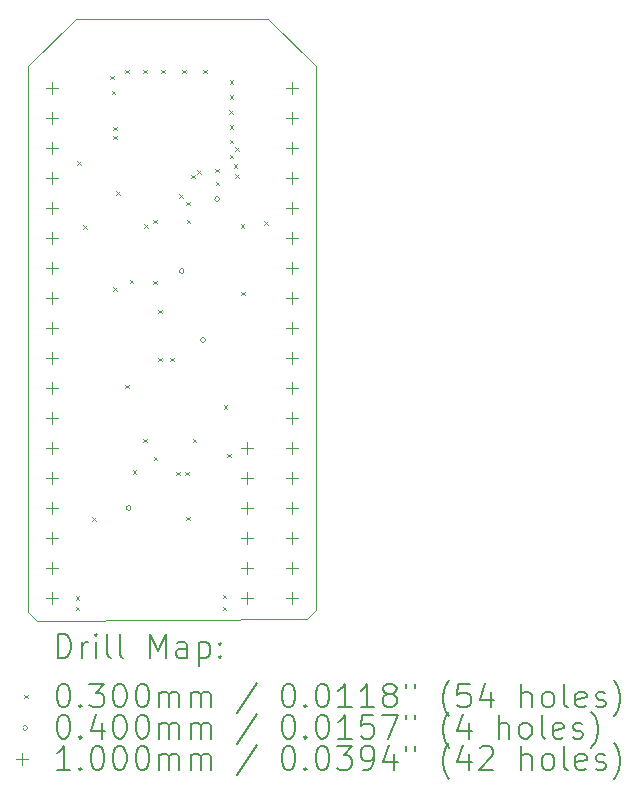
<source format=gbr>
%FSLAX45Y45*%
G04 Gerber Fmt 4.5, Leading zero omitted, Abs format (unit mm)*
G04 Created by KiCad (PCBNEW (6.0.2)) date 2022-03-28 20:01:49*
%MOMM*%
%LPD*%
G01*
G04 APERTURE LIST*
%TA.AperFunction,Profile*%
%ADD10C,0.100000*%
%TD*%
%ADD11C,0.200000*%
%ADD12C,0.030000*%
%ADD13C,0.040000*%
%ADD14C,0.100000*%
G04 APERTURE END LIST*
D10*
X15824200Y-6972300D02*
X15824200Y-11582400D01*
X13792200Y-6578600D02*
X15417800Y-6578600D01*
X15417800Y-6578600D02*
X15824200Y-6972300D01*
X13385800Y-11595100D02*
X13385800Y-6972300D01*
X13385800Y-11595100D02*
X13462000Y-11671300D01*
X13385800Y-6972300D02*
X13792200Y-6578600D01*
X15748000Y-11658600D02*
X13462000Y-11671300D01*
X15824200Y-11582400D02*
X15748000Y-11658600D01*
D11*
D12*
X13789900Y-11465800D02*
X13819900Y-11495800D01*
X13819900Y-11465800D02*
X13789900Y-11495800D01*
X13789900Y-11554700D02*
X13819900Y-11584700D01*
X13819900Y-11554700D02*
X13789900Y-11584700D01*
X13803030Y-7782370D02*
X13833030Y-7812370D01*
X13833030Y-7782370D02*
X13803030Y-7812370D01*
X13853400Y-8326360D02*
X13883400Y-8356360D01*
X13883400Y-8326360D02*
X13853400Y-8356360D01*
X13929600Y-10795240D02*
X13959600Y-10825240D01*
X13959600Y-10795240D02*
X13929600Y-10825240D01*
X14082000Y-7058900D02*
X14112000Y-7088900D01*
X14112000Y-7058900D02*
X14082000Y-7088900D01*
X14094700Y-7185900D02*
X14124700Y-7215900D01*
X14124700Y-7185900D02*
X14094700Y-7215900D01*
X14107400Y-7490700D02*
X14137400Y-7520700D01*
X14137400Y-7490700D02*
X14107400Y-7520700D01*
X14107400Y-7566900D02*
X14137400Y-7596900D01*
X14137400Y-7566900D02*
X14107400Y-7596900D01*
X14107400Y-8848550D02*
X14137400Y-8878550D01*
X14137400Y-8848550D02*
X14107400Y-8878550D01*
X14132800Y-8036800D02*
X14162800Y-8066800D01*
X14162800Y-8036800D02*
X14132800Y-8066800D01*
X14209000Y-7008100D02*
X14239000Y-7038100D01*
X14239000Y-7008100D02*
X14209000Y-7038100D01*
X14209000Y-9675100D02*
X14239000Y-9705100D01*
X14239000Y-9675100D02*
X14209000Y-9705100D01*
X14247100Y-8786100D02*
X14277100Y-8816100D01*
X14277100Y-8786100D02*
X14247100Y-8816100D01*
X14272500Y-10399000D02*
X14302500Y-10429000D01*
X14302500Y-10399000D02*
X14272500Y-10429000D01*
X14361400Y-7008100D02*
X14391400Y-7038100D01*
X14391400Y-7008100D02*
X14361400Y-7038100D01*
X14361400Y-10132300D02*
X14391400Y-10162300D01*
X14391400Y-10132300D02*
X14361400Y-10162300D01*
X14370629Y-8313750D02*
X14400629Y-8343750D01*
X14400629Y-8313750D02*
X14370629Y-8343750D01*
X14446009Y-8794509D02*
X14476009Y-8824509D01*
X14476009Y-8794509D02*
X14446009Y-8824509D01*
X14446262Y-8278850D02*
X14476262Y-8308850D01*
X14476262Y-8278850D02*
X14446262Y-8308850D01*
X14450300Y-10284700D02*
X14480300Y-10314700D01*
X14480300Y-10284700D02*
X14450300Y-10314700D01*
X14488400Y-9040100D02*
X14518400Y-9070100D01*
X14518400Y-9040100D02*
X14488400Y-9070100D01*
X14488400Y-9446500D02*
X14518400Y-9476500D01*
X14518400Y-9446500D02*
X14488400Y-9476500D01*
X14513800Y-7008100D02*
X14543800Y-7038100D01*
X14543800Y-7008100D02*
X14513800Y-7038100D01*
X14590000Y-9446500D02*
X14620000Y-9476500D01*
X14620000Y-9446500D02*
X14590000Y-9476500D01*
X14640800Y-10411700D02*
X14670800Y-10441700D01*
X14670800Y-10411700D02*
X14640800Y-10441700D01*
X14666200Y-8062200D02*
X14696200Y-8092200D01*
X14696200Y-8062200D02*
X14666200Y-8092200D01*
X14691600Y-7008100D02*
X14721600Y-7038100D01*
X14721600Y-7008100D02*
X14691600Y-7038100D01*
X14717000Y-10411700D02*
X14747000Y-10441700D01*
X14747000Y-10411700D02*
X14717000Y-10441700D01*
X14722080Y-10792700D02*
X14752080Y-10822700D01*
X14752080Y-10792700D02*
X14722080Y-10822700D01*
X14726150Y-8123850D02*
X14756150Y-8153850D01*
X14756150Y-8123850D02*
X14726150Y-8153850D01*
X14729292Y-8278879D02*
X14759292Y-8308879D01*
X14759292Y-8278879D02*
X14729292Y-8308879D01*
X14767800Y-7897100D02*
X14797800Y-7927100D01*
X14797800Y-7897100D02*
X14767800Y-7927100D01*
X14780500Y-10132300D02*
X14810500Y-10162300D01*
X14810500Y-10132300D02*
X14780500Y-10162300D01*
X14818600Y-7859000D02*
X14848600Y-7889000D01*
X14848600Y-7859000D02*
X14818600Y-7889000D01*
X14869400Y-7008100D02*
X14899400Y-7038100D01*
X14899400Y-7008100D02*
X14869400Y-7038100D01*
X14971906Y-7847357D02*
X15001906Y-7877357D01*
X15001906Y-7847357D02*
X14971906Y-7877357D01*
X14974816Y-7954737D02*
X15004816Y-7984737D01*
X15004816Y-7954737D02*
X14974816Y-7984737D01*
X15034500Y-11453100D02*
X15064500Y-11483100D01*
X15064500Y-11453100D02*
X15034500Y-11483100D01*
X15034500Y-11554700D02*
X15064500Y-11584700D01*
X15064500Y-11554700D02*
X15034500Y-11584700D01*
X15040851Y-9846549D02*
X15070851Y-9876549D01*
X15070851Y-9846549D02*
X15040851Y-9876549D01*
X15072600Y-10259300D02*
X15102600Y-10289300D01*
X15102600Y-10259300D02*
X15072600Y-10289300D01*
X15090301Y-7351794D02*
X15120301Y-7381794D01*
X15120301Y-7351794D02*
X15090301Y-7381794D01*
X15090519Y-7095967D02*
X15120519Y-7125967D01*
X15120519Y-7095967D02*
X15090519Y-7125967D01*
X15090519Y-7222967D02*
X15120519Y-7252967D01*
X15120519Y-7222967D02*
X15090519Y-7252967D01*
X15090519Y-7476967D02*
X15120519Y-7506967D01*
X15120519Y-7476967D02*
X15090519Y-7506967D01*
X15090961Y-7601304D02*
X15120961Y-7631304D01*
X15120961Y-7601304D02*
X15090961Y-7631304D01*
X15090961Y-7728304D02*
X15120961Y-7758304D01*
X15120961Y-7728304D02*
X15090961Y-7758304D01*
X15124950Y-7808200D02*
X15154950Y-7838200D01*
X15154950Y-7808200D02*
X15124950Y-7838200D01*
X15137614Y-7891468D02*
X15167614Y-7921468D01*
X15167614Y-7891468D02*
X15137614Y-7921468D01*
X15139539Y-7664804D02*
X15169539Y-7694804D01*
X15169539Y-7664804D02*
X15139539Y-7694804D01*
X15184894Y-8316200D02*
X15214894Y-8346200D01*
X15214894Y-8316200D02*
X15184894Y-8346200D01*
X15190450Y-8887700D02*
X15220450Y-8917700D01*
X15220450Y-8887700D02*
X15190450Y-8917700D01*
X15384699Y-8290800D02*
X15414699Y-8320800D01*
X15414699Y-8290800D02*
X15384699Y-8320800D01*
D13*
X14256700Y-10718800D02*
G75*
G03*
X14256700Y-10718800I-20000J0D01*
G01*
X14706067Y-8712200D02*
G75*
G03*
X14706067Y-8712200I-20000J0D01*
G01*
X14885250Y-9296400D02*
G75*
G03*
X14885250Y-9296400I-20000J0D01*
G01*
X15006000Y-8102600D02*
G75*
G03*
X15006000Y-8102600I-20000J0D01*
G01*
D14*
X13589000Y-7112800D02*
X13589000Y-7212800D01*
X13539000Y-7162800D02*
X13639000Y-7162800D01*
X13589000Y-7366800D02*
X13589000Y-7466800D01*
X13539000Y-7416800D02*
X13639000Y-7416800D01*
X13589000Y-7620800D02*
X13589000Y-7720800D01*
X13539000Y-7670800D02*
X13639000Y-7670800D01*
X13589000Y-7874800D02*
X13589000Y-7974800D01*
X13539000Y-7924800D02*
X13639000Y-7924800D01*
X13589000Y-8128800D02*
X13589000Y-8228800D01*
X13539000Y-8178800D02*
X13639000Y-8178800D01*
X13589000Y-8382800D02*
X13589000Y-8482800D01*
X13539000Y-8432800D02*
X13639000Y-8432800D01*
X13589000Y-8636800D02*
X13589000Y-8736800D01*
X13539000Y-8686800D02*
X13639000Y-8686800D01*
X13589000Y-8890800D02*
X13589000Y-8990800D01*
X13539000Y-8940800D02*
X13639000Y-8940800D01*
X13589000Y-9144800D02*
X13589000Y-9244800D01*
X13539000Y-9194800D02*
X13639000Y-9194800D01*
X13589000Y-9398800D02*
X13589000Y-9498800D01*
X13539000Y-9448800D02*
X13639000Y-9448800D01*
X13589000Y-9652800D02*
X13589000Y-9752800D01*
X13539000Y-9702800D02*
X13639000Y-9702800D01*
X13589000Y-9906800D02*
X13589000Y-10006800D01*
X13539000Y-9956800D02*
X13639000Y-9956800D01*
X13589000Y-10160800D02*
X13589000Y-10260800D01*
X13539000Y-10210800D02*
X13639000Y-10210800D01*
X13589000Y-10414800D02*
X13589000Y-10514800D01*
X13539000Y-10464800D02*
X13639000Y-10464800D01*
X13589000Y-10668800D02*
X13589000Y-10768800D01*
X13539000Y-10718800D02*
X13639000Y-10718800D01*
X13589000Y-10922800D02*
X13589000Y-11022800D01*
X13539000Y-10972800D02*
X13639000Y-10972800D01*
X13589000Y-11176800D02*
X13589000Y-11276800D01*
X13539000Y-11226800D02*
X13639000Y-11226800D01*
X13589000Y-11430800D02*
X13589000Y-11530800D01*
X13539000Y-11480800D02*
X13639000Y-11480800D01*
X15240000Y-10160800D02*
X15240000Y-10260800D01*
X15190000Y-10210800D02*
X15290000Y-10210800D01*
X15240000Y-10414800D02*
X15240000Y-10514800D01*
X15190000Y-10464800D02*
X15290000Y-10464800D01*
X15240000Y-10668800D02*
X15240000Y-10768800D01*
X15190000Y-10718800D02*
X15290000Y-10718800D01*
X15240000Y-10922800D02*
X15240000Y-11022800D01*
X15190000Y-10972800D02*
X15290000Y-10972800D01*
X15240000Y-11176800D02*
X15240000Y-11276800D01*
X15190000Y-11226800D02*
X15290000Y-11226800D01*
X15240000Y-11430800D02*
X15240000Y-11530800D01*
X15190000Y-11480800D02*
X15290000Y-11480800D01*
X15621000Y-7112800D02*
X15621000Y-7212800D01*
X15571000Y-7162800D02*
X15671000Y-7162800D01*
X15621000Y-7366800D02*
X15621000Y-7466800D01*
X15571000Y-7416800D02*
X15671000Y-7416800D01*
X15621000Y-7620800D02*
X15621000Y-7720800D01*
X15571000Y-7670800D02*
X15671000Y-7670800D01*
X15621000Y-7874800D02*
X15621000Y-7974800D01*
X15571000Y-7924800D02*
X15671000Y-7924800D01*
X15621000Y-8128800D02*
X15621000Y-8228800D01*
X15571000Y-8178800D02*
X15671000Y-8178800D01*
X15621000Y-8382800D02*
X15621000Y-8482800D01*
X15571000Y-8432800D02*
X15671000Y-8432800D01*
X15621000Y-8636800D02*
X15621000Y-8736800D01*
X15571000Y-8686800D02*
X15671000Y-8686800D01*
X15621000Y-8890800D02*
X15621000Y-8990800D01*
X15571000Y-8940800D02*
X15671000Y-8940800D01*
X15621000Y-9144800D02*
X15621000Y-9244800D01*
X15571000Y-9194800D02*
X15671000Y-9194800D01*
X15621000Y-9398800D02*
X15621000Y-9498800D01*
X15571000Y-9448800D02*
X15671000Y-9448800D01*
X15621000Y-9652800D02*
X15621000Y-9752800D01*
X15571000Y-9702800D02*
X15671000Y-9702800D01*
X15621000Y-9906800D02*
X15621000Y-10006800D01*
X15571000Y-9956800D02*
X15671000Y-9956800D01*
X15621000Y-10160800D02*
X15621000Y-10260800D01*
X15571000Y-10210800D02*
X15671000Y-10210800D01*
X15621000Y-10414800D02*
X15621000Y-10514800D01*
X15571000Y-10464800D02*
X15671000Y-10464800D01*
X15621000Y-10668800D02*
X15621000Y-10768800D01*
X15571000Y-10718800D02*
X15671000Y-10718800D01*
X15621000Y-10922800D02*
X15621000Y-11022800D01*
X15571000Y-10972800D02*
X15671000Y-10972800D01*
X15621000Y-11176800D02*
X15621000Y-11276800D01*
X15571000Y-11226800D02*
X15671000Y-11226800D01*
X15621000Y-11430800D02*
X15621000Y-11530800D01*
X15571000Y-11480800D02*
X15671000Y-11480800D01*
D11*
X13638419Y-11986776D02*
X13638419Y-11786776D01*
X13686038Y-11786776D01*
X13714609Y-11796300D01*
X13733657Y-11815348D01*
X13743181Y-11834395D01*
X13752705Y-11872490D01*
X13752705Y-11901062D01*
X13743181Y-11939157D01*
X13733657Y-11958205D01*
X13714609Y-11977252D01*
X13686038Y-11986776D01*
X13638419Y-11986776D01*
X13838419Y-11986776D02*
X13838419Y-11853443D01*
X13838419Y-11891538D02*
X13847943Y-11872490D01*
X13857467Y-11862967D01*
X13876514Y-11853443D01*
X13895562Y-11853443D01*
X13962228Y-11986776D02*
X13962228Y-11853443D01*
X13962228Y-11786776D02*
X13952705Y-11796300D01*
X13962228Y-11805824D01*
X13971752Y-11796300D01*
X13962228Y-11786776D01*
X13962228Y-11805824D01*
X14086038Y-11986776D02*
X14066990Y-11977252D01*
X14057467Y-11958205D01*
X14057467Y-11786776D01*
X14190800Y-11986776D02*
X14171752Y-11977252D01*
X14162228Y-11958205D01*
X14162228Y-11786776D01*
X14419371Y-11986776D02*
X14419371Y-11786776D01*
X14486038Y-11929633D01*
X14552705Y-11786776D01*
X14552705Y-11986776D01*
X14733657Y-11986776D02*
X14733657Y-11882014D01*
X14724133Y-11862967D01*
X14705086Y-11853443D01*
X14666990Y-11853443D01*
X14647943Y-11862967D01*
X14733657Y-11977252D02*
X14714609Y-11986776D01*
X14666990Y-11986776D01*
X14647943Y-11977252D01*
X14638419Y-11958205D01*
X14638419Y-11939157D01*
X14647943Y-11920109D01*
X14666990Y-11910586D01*
X14714609Y-11910586D01*
X14733657Y-11901062D01*
X14828895Y-11853443D02*
X14828895Y-12053443D01*
X14828895Y-11862967D02*
X14847943Y-11853443D01*
X14886038Y-11853443D01*
X14905086Y-11862967D01*
X14914609Y-11872490D01*
X14924133Y-11891538D01*
X14924133Y-11948681D01*
X14914609Y-11967728D01*
X14905086Y-11977252D01*
X14886038Y-11986776D01*
X14847943Y-11986776D01*
X14828895Y-11977252D01*
X15009848Y-11967728D02*
X15019371Y-11977252D01*
X15009848Y-11986776D01*
X15000324Y-11977252D01*
X15009848Y-11967728D01*
X15009848Y-11986776D01*
X15009848Y-11862967D02*
X15019371Y-11872490D01*
X15009848Y-11882014D01*
X15000324Y-11872490D01*
X15009848Y-11862967D01*
X15009848Y-11882014D01*
D12*
X13350800Y-12301300D02*
X13380800Y-12331300D01*
X13380800Y-12301300D02*
X13350800Y-12331300D01*
D11*
X13676514Y-12206776D02*
X13695562Y-12206776D01*
X13714609Y-12216300D01*
X13724133Y-12225824D01*
X13733657Y-12244871D01*
X13743181Y-12282967D01*
X13743181Y-12330586D01*
X13733657Y-12368681D01*
X13724133Y-12387728D01*
X13714609Y-12397252D01*
X13695562Y-12406776D01*
X13676514Y-12406776D01*
X13657467Y-12397252D01*
X13647943Y-12387728D01*
X13638419Y-12368681D01*
X13628895Y-12330586D01*
X13628895Y-12282967D01*
X13638419Y-12244871D01*
X13647943Y-12225824D01*
X13657467Y-12216300D01*
X13676514Y-12206776D01*
X13828895Y-12387728D02*
X13838419Y-12397252D01*
X13828895Y-12406776D01*
X13819371Y-12397252D01*
X13828895Y-12387728D01*
X13828895Y-12406776D01*
X13905086Y-12206776D02*
X14028895Y-12206776D01*
X13962228Y-12282967D01*
X13990800Y-12282967D01*
X14009848Y-12292490D01*
X14019371Y-12302014D01*
X14028895Y-12321062D01*
X14028895Y-12368681D01*
X14019371Y-12387728D01*
X14009848Y-12397252D01*
X13990800Y-12406776D01*
X13933657Y-12406776D01*
X13914609Y-12397252D01*
X13905086Y-12387728D01*
X14152705Y-12206776D02*
X14171752Y-12206776D01*
X14190800Y-12216300D01*
X14200324Y-12225824D01*
X14209848Y-12244871D01*
X14219371Y-12282967D01*
X14219371Y-12330586D01*
X14209848Y-12368681D01*
X14200324Y-12387728D01*
X14190800Y-12397252D01*
X14171752Y-12406776D01*
X14152705Y-12406776D01*
X14133657Y-12397252D01*
X14124133Y-12387728D01*
X14114609Y-12368681D01*
X14105086Y-12330586D01*
X14105086Y-12282967D01*
X14114609Y-12244871D01*
X14124133Y-12225824D01*
X14133657Y-12216300D01*
X14152705Y-12206776D01*
X14343181Y-12206776D02*
X14362228Y-12206776D01*
X14381276Y-12216300D01*
X14390800Y-12225824D01*
X14400324Y-12244871D01*
X14409848Y-12282967D01*
X14409848Y-12330586D01*
X14400324Y-12368681D01*
X14390800Y-12387728D01*
X14381276Y-12397252D01*
X14362228Y-12406776D01*
X14343181Y-12406776D01*
X14324133Y-12397252D01*
X14314609Y-12387728D01*
X14305086Y-12368681D01*
X14295562Y-12330586D01*
X14295562Y-12282967D01*
X14305086Y-12244871D01*
X14314609Y-12225824D01*
X14324133Y-12216300D01*
X14343181Y-12206776D01*
X14495562Y-12406776D02*
X14495562Y-12273443D01*
X14495562Y-12292490D02*
X14505086Y-12282967D01*
X14524133Y-12273443D01*
X14552705Y-12273443D01*
X14571752Y-12282967D01*
X14581276Y-12302014D01*
X14581276Y-12406776D01*
X14581276Y-12302014D02*
X14590800Y-12282967D01*
X14609848Y-12273443D01*
X14638419Y-12273443D01*
X14657467Y-12282967D01*
X14666990Y-12302014D01*
X14666990Y-12406776D01*
X14762228Y-12406776D02*
X14762228Y-12273443D01*
X14762228Y-12292490D02*
X14771752Y-12282967D01*
X14790800Y-12273443D01*
X14819371Y-12273443D01*
X14838419Y-12282967D01*
X14847943Y-12302014D01*
X14847943Y-12406776D01*
X14847943Y-12302014D02*
X14857467Y-12282967D01*
X14876514Y-12273443D01*
X14905086Y-12273443D01*
X14924133Y-12282967D01*
X14933657Y-12302014D01*
X14933657Y-12406776D01*
X15324133Y-12197252D02*
X15152705Y-12454395D01*
X15581276Y-12206776D02*
X15600324Y-12206776D01*
X15619371Y-12216300D01*
X15628895Y-12225824D01*
X15638419Y-12244871D01*
X15647943Y-12282967D01*
X15647943Y-12330586D01*
X15638419Y-12368681D01*
X15628895Y-12387728D01*
X15619371Y-12397252D01*
X15600324Y-12406776D01*
X15581276Y-12406776D01*
X15562228Y-12397252D01*
X15552705Y-12387728D01*
X15543181Y-12368681D01*
X15533657Y-12330586D01*
X15533657Y-12282967D01*
X15543181Y-12244871D01*
X15552705Y-12225824D01*
X15562228Y-12216300D01*
X15581276Y-12206776D01*
X15733657Y-12387728D02*
X15743181Y-12397252D01*
X15733657Y-12406776D01*
X15724133Y-12397252D01*
X15733657Y-12387728D01*
X15733657Y-12406776D01*
X15866990Y-12206776D02*
X15886038Y-12206776D01*
X15905086Y-12216300D01*
X15914609Y-12225824D01*
X15924133Y-12244871D01*
X15933657Y-12282967D01*
X15933657Y-12330586D01*
X15924133Y-12368681D01*
X15914609Y-12387728D01*
X15905086Y-12397252D01*
X15886038Y-12406776D01*
X15866990Y-12406776D01*
X15847943Y-12397252D01*
X15838419Y-12387728D01*
X15828895Y-12368681D01*
X15819371Y-12330586D01*
X15819371Y-12282967D01*
X15828895Y-12244871D01*
X15838419Y-12225824D01*
X15847943Y-12216300D01*
X15866990Y-12206776D01*
X16124133Y-12406776D02*
X16009848Y-12406776D01*
X16066990Y-12406776D02*
X16066990Y-12206776D01*
X16047943Y-12235348D01*
X16028895Y-12254395D01*
X16009848Y-12263919D01*
X16314609Y-12406776D02*
X16200324Y-12406776D01*
X16257467Y-12406776D02*
X16257467Y-12206776D01*
X16238419Y-12235348D01*
X16219371Y-12254395D01*
X16200324Y-12263919D01*
X16428895Y-12292490D02*
X16409848Y-12282967D01*
X16400324Y-12273443D01*
X16390800Y-12254395D01*
X16390800Y-12244871D01*
X16400324Y-12225824D01*
X16409848Y-12216300D01*
X16428895Y-12206776D01*
X16466990Y-12206776D01*
X16486038Y-12216300D01*
X16495562Y-12225824D01*
X16505086Y-12244871D01*
X16505086Y-12254395D01*
X16495562Y-12273443D01*
X16486038Y-12282967D01*
X16466990Y-12292490D01*
X16428895Y-12292490D01*
X16409848Y-12302014D01*
X16400324Y-12311538D01*
X16390800Y-12330586D01*
X16390800Y-12368681D01*
X16400324Y-12387728D01*
X16409848Y-12397252D01*
X16428895Y-12406776D01*
X16466990Y-12406776D01*
X16486038Y-12397252D01*
X16495562Y-12387728D01*
X16505086Y-12368681D01*
X16505086Y-12330586D01*
X16495562Y-12311538D01*
X16486038Y-12302014D01*
X16466990Y-12292490D01*
X16581276Y-12206776D02*
X16581276Y-12244871D01*
X16657467Y-12206776D02*
X16657467Y-12244871D01*
X16952705Y-12482967D02*
X16943181Y-12473443D01*
X16924133Y-12444871D01*
X16914610Y-12425824D01*
X16905086Y-12397252D01*
X16895562Y-12349633D01*
X16895562Y-12311538D01*
X16905086Y-12263919D01*
X16914610Y-12235348D01*
X16924133Y-12216300D01*
X16943181Y-12187728D01*
X16952705Y-12178205D01*
X17124133Y-12206776D02*
X17028895Y-12206776D01*
X17019371Y-12302014D01*
X17028895Y-12292490D01*
X17047943Y-12282967D01*
X17095562Y-12282967D01*
X17114610Y-12292490D01*
X17124133Y-12302014D01*
X17133657Y-12321062D01*
X17133657Y-12368681D01*
X17124133Y-12387728D01*
X17114610Y-12397252D01*
X17095562Y-12406776D01*
X17047943Y-12406776D01*
X17028895Y-12397252D01*
X17019371Y-12387728D01*
X17305086Y-12273443D02*
X17305086Y-12406776D01*
X17257467Y-12197252D02*
X17209848Y-12340109D01*
X17333657Y-12340109D01*
X17562229Y-12406776D02*
X17562229Y-12206776D01*
X17647943Y-12406776D02*
X17647943Y-12302014D01*
X17638419Y-12282967D01*
X17619371Y-12273443D01*
X17590800Y-12273443D01*
X17571752Y-12282967D01*
X17562229Y-12292490D01*
X17771752Y-12406776D02*
X17752705Y-12397252D01*
X17743181Y-12387728D01*
X17733657Y-12368681D01*
X17733657Y-12311538D01*
X17743181Y-12292490D01*
X17752705Y-12282967D01*
X17771752Y-12273443D01*
X17800324Y-12273443D01*
X17819371Y-12282967D01*
X17828895Y-12292490D01*
X17838419Y-12311538D01*
X17838419Y-12368681D01*
X17828895Y-12387728D01*
X17819371Y-12397252D01*
X17800324Y-12406776D01*
X17771752Y-12406776D01*
X17952705Y-12406776D02*
X17933657Y-12397252D01*
X17924133Y-12378205D01*
X17924133Y-12206776D01*
X18105086Y-12397252D02*
X18086038Y-12406776D01*
X18047943Y-12406776D01*
X18028895Y-12397252D01*
X18019371Y-12378205D01*
X18019371Y-12302014D01*
X18028895Y-12282967D01*
X18047943Y-12273443D01*
X18086038Y-12273443D01*
X18105086Y-12282967D01*
X18114610Y-12302014D01*
X18114610Y-12321062D01*
X18019371Y-12340109D01*
X18190800Y-12397252D02*
X18209848Y-12406776D01*
X18247943Y-12406776D01*
X18266990Y-12397252D01*
X18276514Y-12378205D01*
X18276514Y-12368681D01*
X18266990Y-12349633D01*
X18247943Y-12340109D01*
X18219371Y-12340109D01*
X18200324Y-12330586D01*
X18190800Y-12311538D01*
X18190800Y-12302014D01*
X18200324Y-12282967D01*
X18219371Y-12273443D01*
X18247943Y-12273443D01*
X18266990Y-12282967D01*
X18343181Y-12482967D02*
X18352705Y-12473443D01*
X18371752Y-12444871D01*
X18381276Y-12425824D01*
X18390800Y-12397252D01*
X18400324Y-12349633D01*
X18400324Y-12311538D01*
X18390800Y-12263919D01*
X18381276Y-12235348D01*
X18371752Y-12216300D01*
X18352705Y-12187728D01*
X18343181Y-12178205D01*
D13*
X13380800Y-12580300D02*
G75*
G03*
X13380800Y-12580300I-20000J0D01*
G01*
D11*
X13676514Y-12470776D02*
X13695562Y-12470776D01*
X13714609Y-12480300D01*
X13724133Y-12489824D01*
X13733657Y-12508871D01*
X13743181Y-12546967D01*
X13743181Y-12594586D01*
X13733657Y-12632681D01*
X13724133Y-12651728D01*
X13714609Y-12661252D01*
X13695562Y-12670776D01*
X13676514Y-12670776D01*
X13657467Y-12661252D01*
X13647943Y-12651728D01*
X13638419Y-12632681D01*
X13628895Y-12594586D01*
X13628895Y-12546967D01*
X13638419Y-12508871D01*
X13647943Y-12489824D01*
X13657467Y-12480300D01*
X13676514Y-12470776D01*
X13828895Y-12651728D02*
X13838419Y-12661252D01*
X13828895Y-12670776D01*
X13819371Y-12661252D01*
X13828895Y-12651728D01*
X13828895Y-12670776D01*
X14009848Y-12537443D02*
X14009848Y-12670776D01*
X13962228Y-12461252D02*
X13914609Y-12604109D01*
X14038419Y-12604109D01*
X14152705Y-12470776D02*
X14171752Y-12470776D01*
X14190800Y-12480300D01*
X14200324Y-12489824D01*
X14209848Y-12508871D01*
X14219371Y-12546967D01*
X14219371Y-12594586D01*
X14209848Y-12632681D01*
X14200324Y-12651728D01*
X14190800Y-12661252D01*
X14171752Y-12670776D01*
X14152705Y-12670776D01*
X14133657Y-12661252D01*
X14124133Y-12651728D01*
X14114609Y-12632681D01*
X14105086Y-12594586D01*
X14105086Y-12546967D01*
X14114609Y-12508871D01*
X14124133Y-12489824D01*
X14133657Y-12480300D01*
X14152705Y-12470776D01*
X14343181Y-12470776D02*
X14362228Y-12470776D01*
X14381276Y-12480300D01*
X14390800Y-12489824D01*
X14400324Y-12508871D01*
X14409848Y-12546967D01*
X14409848Y-12594586D01*
X14400324Y-12632681D01*
X14390800Y-12651728D01*
X14381276Y-12661252D01*
X14362228Y-12670776D01*
X14343181Y-12670776D01*
X14324133Y-12661252D01*
X14314609Y-12651728D01*
X14305086Y-12632681D01*
X14295562Y-12594586D01*
X14295562Y-12546967D01*
X14305086Y-12508871D01*
X14314609Y-12489824D01*
X14324133Y-12480300D01*
X14343181Y-12470776D01*
X14495562Y-12670776D02*
X14495562Y-12537443D01*
X14495562Y-12556490D02*
X14505086Y-12546967D01*
X14524133Y-12537443D01*
X14552705Y-12537443D01*
X14571752Y-12546967D01*
X14581276Y-12566014D01*
X14581276Y-12670776D01*
X14581276Y-12566014D02*
X14590800Y-12546967D01*
X14609848Y-12537443D01*
X14638419Y-12537443D01*
X14657467Y-12546967D01*
X14666990Y-12566014D01*
X14666990Y-12670776D01*
X14762228Y-12670776D02*
X14762228Y-12537443D01*
X14762228Y-12556490D02*
X14771752Y-12546967D01*
X14790800Y-12537443D01*
X14819371Y-12537443D01*
X14838419Y-12546967D01*
X14847943Y-12566014D01*
X14847943Y-12670776D01*
X14847943Y-12566014D02*
X14857467Y-12546967D01*
X14876514Y-12537443D01*
X14905086Y-12537443D01*
X14924133Y-12546967D01*
X14933657Y-12566014D01*
X14933657Y-12670776D01*
X15324133Y-12461252D02*
X15152705Y-12718395D01*
X15581276Y-12470776D02*
X15600324Y-12470776D01*
X15619371Y-12480300D01*
X15628895Y-12489824D01*
X15638419Y-12508871D01*
X15647943Y-12546967D01*
X15647943Y-12594586D01*
X15638419Y-12632681D01*
X15628895Y-12651728D01*
X15619371Y-12661252D01*
X15600324Y-12670776D01*
X15581276Y-12670776D01*
X15562228Y-12661252D01*
X15552705Y-12651728D01*
X15543181Y-12632681D01*
X15533657Y-12594586D01*
X15533657Y-12546967D01*
X15543181Y-12508871D01*
X15552705Y-12489824D01*
X15562228Y-12480300D01*
X15581276Y-12470776D01*
X15733657Y-12651728D02*
X15743181Y-12661252D01*
X15733657Y-12670776D01*
X15724133Y-12661252D01*
X15733657Y-12651728D01*
X15733657Y-12670776D01*
X15866990Y-12470776D02*
X15886038Y-12470776D01*
X15905086Y-12480300D01*
X15914609Y-12489824D01*
X15924133Y-12508871D01*
X15933657Y-12546967D01*
X15933657Y-12594586D01*
X15924133Y-12632681D01*
X15914609Y-12651728D01*
X15905086Y-12661252D01*
X15886038Y-12670776D01*
X15866990Y-12670776D01*
X15847943Y-12661252D01*
X15838419Y-12651728D01*
X15828895Y-12632681D01*
X15819371Y-12594586D01*
X15819371Y-12546967D01*
X15828895Y-12508871D01*
X15838419Y-12489824D01*
X15847943Y-12480300D01*
X15866990Y-12470776D01*
X16124133Y-12670776D02*
X16009848Y-12670776D01*
X16066990Y-12670776D02*
X16066990Y-12470776D01*
X16047943Y-12499348D01*
X16028895Y-12518395D01*
X16009848Y-12527919D01*
X16305086Y-12470776D02*
X16209848Y-12470776D01*
X16200324Y-12566014D01*
X16209848Y-12556490D01*
X16228895Y-12546967D01*
X16276514Y-12546967D01*
X16295562Y-12556490D01*
X16305086Y-12566014D01*
X16314609Y-12585062D01*
X16314609Y-12632681D01*
X16305086Y-12651728D01*
X16295562Y-12661252D01*
X16276514Y-12670776D01*
X16228895Y-12670776D01*
X16209848Y-12661252D01*
X16200324Y-12651728D01*
X16381276Y-12470776D02*
X16514609Y-12470776D01*
X16428895Y-12670776D01*
X16581276Y-12470776D02*
X16581276Y-12508871D01*
X16657467Y-12470776D02*
X16657467Y-12508871D01*
X16952705Y-12746967D02*
X16943181Y-12737443D01*
X16924133Y-12708871D01*
X16914610Y-12689824D01*
X16905086Y-12661252D01*
X16895562Y-12613633D01*
X16895562Y-12575538D01*
X16905086Y-12527919D01*
X16914610Y-12499348D01*
X16924133Y-12480300D01*
X16943181Y-12451728D01*
X16952705Y-12442205D01*
X17114610Y-12537443D02*
X17114610Y-12670776D01*
X17066990Y-12461252D02*
X17019371Y-12604109D01*
X17143181Y-12604109D01*
X17371752Y-12670776D02*
X17371752Y-12470776D01*
X17457467Y-12670776D02*
X17457467Y-12566014D01*
X17447943Y-12546967D01*
X17428895Y-12537443D01*
X17400324Y-12537443D01*
X17381276Y-12546967D01*
X17371752Y-12556490D01*
X17581276Y-12670776D02*
X17562229Y-12661252D01*
X17552705Y-12651728D01*
X17543181Y-12632681D01*
X17543181Y-12575538D01*
X17552705Y-12556490D01*
X17562229Y-12546967D01*
X17581276Y-12537443D01*
X17609848Y-12537443D01*
X17628895Y-12546967D01*
X17638419Y-12556490D01*
X17647943Y-12575538D01*
X17647943Y-12632681D01*
X17638419Y-12651728D01*
X17628895Y-12661252D01*
X17609848Y-12670776D01*
X17581276Y-12670776D01*
X17762229Y-12670776D02*
X17743181Y-12661252D01*
X17733657Y-12642205D01*
X17733657Y-12470776D01*
X17914610Y-12661252D02*
X17895562Y-12670776D01*
X17857467Y-12670776D01*
X17838419Y-12661252D01*
X17828895Y-12642205D01*
X17828895Y-12566014D01*
X17838419Y-12546967D01*
X17857467Y-12537443D01*
X17895562Y-12537443D01*
X17914610Y-12546967D01*
X17924133Y-12566014D01*
X17924133Y-12585062D01*
X17828895Y-12604109D01*
X18000324Y-12661252D02*
X18019371Y-12670776D01*
X18057467Y-12670776D01*
X18076514Y-12661252D01*
X18086038Y-12642205D01*
X18086038Y-12632681D01*
X18076514Y-12613633D01*
X18057467Y-12604109D01*
X18028895Y-12604109D01*
X18009848Y-12594586D01*
X18000324Y-12575538D01*
X18000324Y-12566014D01*
X18009848Y-12546967D01*
X18028895Y-12537443D01*
X18057467Y-12537443D01*
X18076514Y-12546967D01*
X18152705Y-12746967D02*
X18162229Y-12737443D01*
X18181276Y-12708871D01*
X18190800Y-12689824D01*
X18200324Y-12661252D01*
X18209848Y-12613633D01*
X18209848Y-12575538D01*
X18200324Y-12527919D01*
X18190800Y-12499348D01*
X18181276Y-12480300D01*
X18162229Y-12451728D01*
X18152705Y-12442205D01*
D14*
X13330800Y-12794300D02*
X13330800Y-12894300D01*
X13280800Y-12844300D02*
X13380800Y-12844300D01*
D11*
X13743181Y-12934776D02*
X13628895Y-12934776D01*
X13686038Y-12934776D02*
X13686038Y-12734776D01*
X13666990Y-12763348D01*
X13647943Y-12782395D01*
X13628895Y-12791919D01*
X13828895Y-12915728D02*
X13838419Y-12925252D01*
X13828895Y-12934776D01*
X13819371Y-12925252D01*
X13828895Y-12915728D01*
X13828895Y-12934776D01*
X13962228Y-12734776D02*
X13981276Y-12734776D01*
X14000324Y-12744300D01*
X14009848Y-12753824D01*
X14019371Y-12772871D01*
X14028895Y-12810967D01*
X14028895Y-12858586D01*
X14019371Y-12896681D01*
X14009848Y-12915728D01*
X14000324Y-12925252D01*
X13981276Y-12934776D01*
X13962228Y-12934776D01*
X13943181Y-12925252D01*
X13933657Y-12915728D01*
X13924133Y-12896681D01*
X13914609Y-12858586D01*
X13914609Y-12810967D01*
X13924133Y-12772871D01*
X13933657Y-12753824D01*
X13943181Y-12744300D01*
X13962228Y-12734776D01*
X14152705Y-12734776D02*
X14171752Y-12734776D01*
X14190800Y-12744300D01*
X14200324Y-12753824D01*
X14209848Y-12772871D01*
X14219371Y-12810967D01*
X14219371Y-12858586D01*
X14209848Y-12896681D01*
X14200324Y-12915728D01*
X14190800Y-12925252D01*
X14171752Y-12934776D01*
X14152705Y-12934776D01*
X14133657Y-12925252D01*
X14124133Y-12915728D01*
X14114609Y-12896681D01*
X14105086Y-12858586D01*
X14105086Y-12810967D01*
X14114609Y-12772871D01*
X14124133Y-12753824D01*
X14133657Y-12744300D01*
X14152705Y-12734776D01*
X14343181Y-12734776D02*
X14362228Y-12734776D01*
X14381276Y-12744300D01*
X14390800Y-12753824D01*
X14400324Y-12772871D01*
X14409848Y-12810967D01*
X14409848Y-12858586D01*
X14400324Y-12896681D01*
X14390800Y-12915728D01*
X14381276Y-12925252D01*
X14362228Y-12934776D01*
X14343181Y-12934776D01*
X14324133Y-12925252D01*
X14314609Y-12915728D01*
X14305086Y-12896681D01*
X14295562Y-12858586D01*
X14295562Y-12810967D01*
X14305086Y-12772871D01*
X14314609Y-12753824D01*
X14324133Y-12744300D01*
X14343181Y-12734776D01*
X14495562Y-12934776D02*
X14495562Y-12801443D01*
X14495562Y-12820490D02*
X14505086Y-12810967D01*
X14524133Y-12801443D01*
X14552705Y-12801443D01*
X14571752Y-12810967D01*
X14581276Y-12830014D01*
X14581276Y-12934776D01*
X14581276Y-12830014D02*
X14590800Y-12810967D01*
X14609848Y-12801443D01*
X14638419Y-12801443D01*
X14657467Y-12810967D01*
X14666990Y-12830014D01*
X14666990Y-12934776D01*
X14762228Y-12934776D02*
X14762228Y-12801443D01*
X14762228Y-12820490D02*
X14771752Y-12810967D01*
X14790800Y-12801443D01*
X14819371Y-12801443D01*
X14838419Y-12810967D01*
X14847943Y-12830014D01*
X14847943Y-12934776D01*
X14847943Y-12830014D02*
X14857467Y-12810967D01*
X14876514Y-12801443D01*
X14905086Y-12801443D01*
X14924133Y-12810967D01*
X14933657Y-12830014D01*
X14933657Y-12934776D01*
X15324133Y-12725252D02*
X15152705Y-12982395D01*
X15581276Y-12734776D02*
X15600324Y-12734776D01*
X15619371Y-12744300D01*
X15628895Y-12753824D01*
X15638419Y-12772871D01*
X15647943Y-12810967D01*
X15647943Y-12858586D01*
X15638419Y-12896681D01*
X15628895Y-12915728D01*
X15619371Y-12925252D01*
X15600324Y-12934776D01*
X15581276Y-12934776D01*
X15562228Y-12925252D01*
X15552705Y-12915728D01*
X15543181Y-12896681D01*
X15533657Y-12858586D01*
X15533657Y-12810967D01*
X15543181Y-12772871D01*
X15552705Y-12753824D01*
X15562228Y-12744300D01*
X15581276Y-12734776D01*
X15733657Y-12915728D02*
X15743181Y-12925252D01*
X15733657Y-12934776D01*
X15724133Y-12925252D01*
X15733657Y-12915728D01*
X15733657Y-12934776D01*
X15866990Y-12734776D02*
X15886038Y-12734776D01*
X15905086Y-12744300D01*
X15914609Y-12753824D01*
X15924133Y-12772871D01*
X15933657Y-12810967D01*
X15933657Y-12858586D01*
X15924133Y-12896681D01*
X15914609Y-12915728D01*
X15905086Y-12925252D01*
X15886038Y-12934776D01*
X15866990Y-12934776D01*
X15847943Y-12925252D01*
X15838419Y-12915728D01*
X15828895Y-12896681D01*
X15819371Y-12858586D01*
X15819371Y-12810967D01*
X15828895Y-12772871D01*
X15838419Y-12753824D01*
X15847943Y-12744300D01*
X15866990Y-12734776D01*
X16000324Y-12734776D02*
X16124133Y-12734776D01*
X16057467Y-12810967D01*
X16086038Y-12810967D01*
X16105086Y-12820490D01*
X16114609Y-12830014D01*
X16124133Y-12849062D01*
X16124133Y-12896681D01*
X16114609Y-12915728D01*
X16105086Y-12925252D01*
X16086038Y-12934776D01*
X16028895Y-12934776D01*
X16009848Y-12925252D01*
X16000324Y-12915728D01*
X16219371Y-12934776D02*
X16257467Y-12934776D01*
X16276514Y-12925252D01*
X16286038Y-12915728D01*
X16305086Y-12887157D01*
X16314609Y-12849062D01*
X16314609Y-12772871D01*
X16305086Y-12753824D01*
X16295562Y-12744300D01*
X16276514Y-12734776D01*
X16238419Y-12734776D01*
X16219371Y-12744300D01*
X16209848Y-12753824D01*
X16200324Y-12772871D01*
X16200324Y-12820490D01*
X16209848Y-12839538D01*
X16219371Y-12849062D01*
X16238419Y-12858586D01*
X16276514Y-12858586D01*
X16295562Y-12849062D01*
X16305086Y-12839538D01*
X16314609Y-12820490D01*
X16486038Y-12801443D02*
X16486038Y-12934776D01*
X16438419Y-12725252D02*
X16390800Y-12868109D01*
X16514609Y-12868109D01*
X16581276Y-12734776D02*
X16581276Y-12772871D01*
X16657467Y-12734776D02*
X16657467Y-12772871D01*
X16952705Y-13010967D02*
X16943181Y-13001443D01*
X16924133Y-12972871D01*
X16914610Y-12953824D01*
X16905086Y-12925252D01*
X16895562Y-12877633D01*
X16895562Y-12839538D01*
X16905086Y-12791919D01*
X16914610Y-12763348D01*
X16924133Y-12744300D01*
X16943181Y-12715728D01*
X16952705Y-12706205D01*
X17114610Y-12801443D02*
X17114610Y-12934776D01*
X17066990Y-12725252D02*
X17019371Y-12868109D01*
X17143181Y-12868109D01*
X17209848Y-12753824D02*
X17219371Y-12744300D01*
X17238419Y-12734776D01*
X17286038Y-12734776D01*
X17305086Y-12744300D01*
X17314610Y-12753824D01*
X17324133Y-12772871D01*
X17324133Y-12791919D01*
X17314610Y-12820490D01*
X17200324Y-12934776D01*
X17324133Y-12934776D01*
X17562229Y-12934776D02*
X17562229Y-12734776D01*
X17647943Y-12934776D02*
X17647943Y-12830014D01*
X17638419Y-12810967D01*
X17619371Y-12801443D01*
X17590800Y-12801443D01*
X17571752Y-12810967D01*
X17562229Y-12820490D01*
X17771752Y-12934776D02*
X17752705Y-12925252D01*
X17743181Y-12915728D01*
X17733657Y-12896681D01*
X17733657Y-12839538D01*
X17743181Y-12820490D01*
X17752705Y-12810967D01*
X17771752Y-12801443D01*
X17800324Y-12801443D01*
X17819371Y-12810967D01*
X17828895Y-12820490D01*
X17838419Y-12839538D01*
X17838419Y-12896681D01*
X17828895Y-12915728D01*
X17819371Y-12925252D01*
X17800324Y-12934776D01*
X17771752Y-12934776D01*
X17952705Y-12934776D02*
X17933657Y-12925252D01*
X17924133Y-12906205D01*
X17924133Y-12734776D01*
X18105086Y-12925252D02*
X18086038Y-12934776D01*
X18047943Y-12934776D01*
X18028895Y-12925252D01*
X18019371Y-12906205D01*
X18019371Y-12830014D01*
X18028895Y-12810967D01*
X18047943Y-12801443D01*
X18086038Y-12801443D01*
X18105086Y-12810967D01*
X18114610Y-12830014D01*
X18114610Y-12849062D01*
X18019371Y-12868109D01*
X18190800Y-12925252D02*
X18209848Y-12934776D01*
X18247943Y-12934776D01*
X18266990Y-12925252D01*
X18276514Y-12906205D01*
X18276514Y-12896681D01*
X18266990Y-12877633D01*
X18247943Y-12868109D01*
X18219371Y-12868109D01*
X18200324Y-12858586D01*
X18190800Y-12839538D01*
X18190800Y-12830014D01*
X18200324Y-12810967D01*
X18219371Y-12801443D01*
X18247943Y-12801443D01*
X18266990Y-12810967D01*
X18343181Y-13010967D02*
X18352705Y-13001443D01*
X18371752Y-12972871D01*
X18381276Y-12953824D01*
X18390800Y-12925252D01*
X18400324Y-12877633D01*
X18400324Y-12839538D01*
X18390800Y-12791919D01*
X18381276Y-12763348D01*
X18371752Y-12744300D01*
X18352705Y-12715728D01*
X18343181Y-12706205D01*
M02*

</source>
